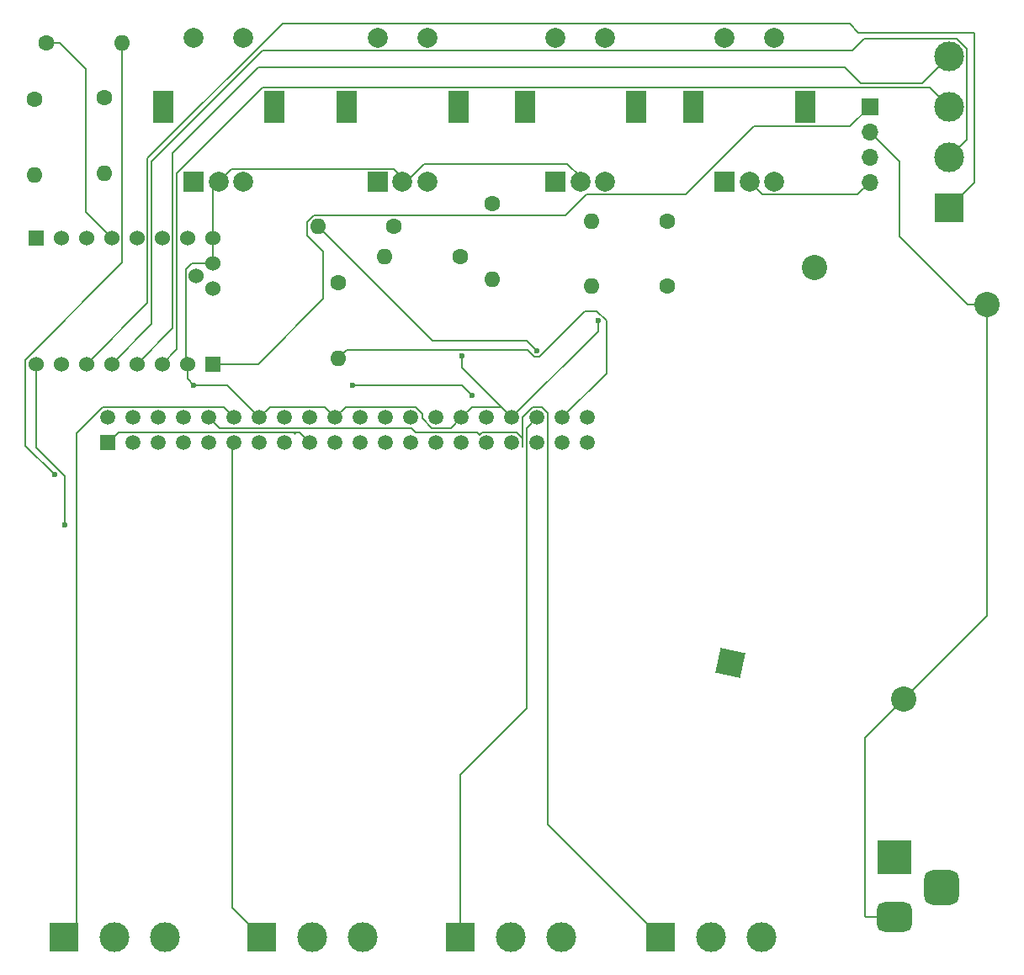
<source format=gbr>
%TF.GenerationSoftware,KiCad,Pcbnew,8.0.5*%
%TF.CreationDate,2025-06-03T16:45:13-04:00*%
%TF.ProjectId,arm,61726d2e-6b69-4636-9164-5f7063625858,rev?*%
%TF.SameCoordinates,Original*%
%TF.FileFunction,Copper,L2,Bot*%
%TF.FilePolarity,Positive*%
%FSLAX46Y46*%
G04 Gerber Fmt 4.6, Leading zero omitted, Abs format (unit mm)*
G04 Created by KiCad (PCBNEW 8.0.5) date 2025-06-03 16:45:13*
%MOMM*%
%LPD*%
G01*
G04 APERTURE LIST*
G04 Aperture macros list*
%AMRoundRect*
0 Rectangle with rounded corners*
0 $1 Rounding radius*
0 $2 $3 $4 $5 $6 $7 $8 $9 X,Y pos of 4 corners*
0 Add a 4 corners polygon primitive as box body*
4,1,4,$2,$3,$4,$5,$6,$7,$8,$9,$2,$3,0*
0 Add four circle primitives for the rounded corners*
1,1,$1+$1,$2,$3*
1,1,$1+$1,$4,$5*
1,1,$1+$1,$6,$7*
1,1,$1+$1,$8,$9*
0 Add four rect primitives between the rounded corners*
20,1,$1+$1,$2,$3,$4,$5,0*
20,1,$1+$1,$4,$5,$6,$7,0*
20,1,$1+$1,$6,$7,$8,$9,0*
20,1,$1+$1,$8,$9,$2,$3,0*%
%AMRotRect*
0 Rectangle, with rotation*
0 The origin of the aperture is its center*
0 $1 length*
0 $2 width*
0 $3 Rotation angle, in degrees counterclockwise*
0 Add horizontal line*
21,1,$1,$2,0,0,$3*%
G04 Aperture macros list end*
%TA.AperFunction,ComponentPad*%
%ADD10R,3.000000X3.000000*%
%TD*%
%TA.AperFunction,ComponentPad*%
%ADD11C,3.000000*%
%TD*%
%TA.AperFunction,ComponentPad*%
%ADD12R,3.500000X3.500000*%
%TD*%
%TA.AperFunction,ComponentPad*%
%ADD13RoundRect,0.750000X1.000000X-0.750000X1.000000X0.750000X-1.000000X0.750000X-1.000000X-0.750000X0*%
%TD*%
%TA.AperFunction,ComponentPad*%
%ADD14RoundRect,0.875000X0.875000X-0.875000X0.875000X0.875000X-0.875000X0.875000X-0.875000X-0.875000X0*%
%TD*%
%TA.AperFunction,ComponentPad*%
%ADD15C,1.600000*%
%TD*%
%TA.AperFunction,ComponentPad*%
%ADD16O,1.600000X1.600000*%
%TD*%
%TA.AperFunction,ComponentPad*%
%ADD17RotRect,2.540000X2.540000X78.000000*%
%TD*%
%TA.AperFunction,ComponentPad*%
%ADD18C,2.540000*%
%TD*%
%TA.AperFunction,ComponentPad*%
%ADD19R,1.508000X1.508000*%
%TD*%
%TA.AperFunction,ComponentPad*%
%ADD20C,1.508000*%
%TD*%
%TA.AperFunction,ComponentPad*%
%ADD21R,2.000000X2.000000*%
%TD*%
%TA.AperFunction,ComponentPad*%
%ADD22C,2.000000*%
%TD*%
%TA.AperFunction,ComponentPad*%
%ADD23R,2.000000X3.200000*%
%TD*%
%TA.AperFunction,ComponentPad*%
%ADD24R,1.700000X1.700000*%
%TD*%
%TA.AperFunction,ComponentPad*%
%ADD25O,1.700000X1.700000*%
%TD*%
%TA.AperFunction,ComponentPad*%
%ADD26R,1.524000X1.524000*%
%TD*%
%TA.AperFunction,ComponentPad*%
%ADD27C,1.524000*%
%TD*%
%TA.AperFunction,ViaPad*%
%ADD28C,0.600000*%
%TD*%
%TA.AperFunction,Conductor*%
%ADD29C,0.200000*%
%TD*%
G04 APERTURE END LIST*
D10*
%TO.P,J4,1,Pin_1*%
%TO.N,SERVO1_SIG*%
X214920000Y-122500000D03*
D11*
%TO.P,J4,2,Pin_2*%
%TO.N,GND*%
X220000000Y-122500000D03*
%TO.P,J4,3,Pin_3*%
%TO.N,+6V*%
X225080000Y-122500000D03*
%TD*%
D12*
%TO.P,J6,1*%
%TO.N,+24V*%
X238500000Y-114500000D03*
D13*
%TO.P,J6,2*%
%TO.N,GND*%
X238500000Y-120500000D03*
D14*
%TO.P,J6,3*%
%TO.N,N/C*%
X243200000Y-117500000D03*
%TD*%
D15*
%TO.P,R5,1*%
%TO.N,Net-(R5-Pad1)*%
X159000000Y-38000000D03*
D16*
%TO.P,R5,2*%
%TO.N,DT3*%
X159000000Y-45620000D03*
%TD*%
D15*
%TO.P,R7,1*%
%TO.N,Net-(R7-Pad1)*%
X188120000Y-51000000D03*
D16*
%TO.P,R7,2*%
%TO.N,DT4*%
X180500000Y-51000000D03*
%TD*%
D10*
%TO.P,J3,1,Pin_1*%
%TO.N,SERVO2_SIG*%
X194840000Y-122500000D03*
D11*
%TO.P,J3,2,Pin_2*%
%TO.N,GND*%
X199920000Y-122500000D03*
%TO.P,J3,3,Pin_3*%
%TO.N,+6V*%
X205000000Y-122500000D03*
%TD*%
D17*
%TO.P,U1,1,Vin*%
%TO.N,+24V*%
X222000000Y-94912537D03*
D18*
%TO.P,U1,2,GND*%
%TO.N,GND*%
X239391466Y-98609205D03*
%TO.P,U1,3,GND*%
X247840996Y-58857287D03*
%TO.P,U1,4,Vout*%
%TO.N,+3V3*%
X230449531Y-55160619D03*
%TD*%
D15*
%TO.P,R6,1*%
%TO.N,Net-(R6-Pad1)*%
X152000000Y-38190000D03*
D16*
%TO.P,R6,2*%
%TO.N,CLK3*%
X152000000Y-45810000D03*
%TD*%
D15*
%TO.P,R4,1*%
%TO.N,Net-(R4-Pad1)*%
X194810000Y-54000000D03*
D16*
%TO.P,R4,2*%
%TO.N,CLK2*%
X187190000Y-54000000D03*
%TD*%
D19*
%TO.P,U2,1,3V3_1*%
%TO.N,+3V3*%
X159370000Y-72770000D03*
D20*
%TO.P,U2,2,5V_2*%
%TO.N,unconnected-(U2-5V_2-Pad2)*%
X159370000Y-70230000D03*
%TO.P,U2,3,GPIO2/SDA1*%
%TO.N,DIR*%
X161910000Y-72770000D03*
%TO.P,U2,4,5V_4*%
%TO.N,unconnected-(U2-5V_4-Pad4)*%
X161910000Y-70230001D03*
%TO.P,U2,5,GPIO3/SCL*%
%TO.N,STEP*%
X164450001Y-72770000D03*
%TO.P,U2,6,GND_6*%
%TO.N,GND*%
X164450000Y-70230000D03*
%TO.P,U2,7,GPIO4/GPIO_GCLK*%
%TO.N,UART1*%
X166990000Y-72770000D03*
%TO.P,U2,8,GPIO14/TXD0*%
%TO.N,unconnected-(U2-GPIO14{slash}TXD0-Pad8)*%
X166990000Y-70230001D03*
%TO.P,U2,9,GND_9*%
%TO.N,GND*%
X169530000Y-72770000D03*
%TO.P,U2,10,GPIO15/RXD0*%
%TO.N,SERVO1_SIG*%
X169530000Y-70230000D03*
%TO.P,U2,11,GPIO17/GPIO_GEN0*%
%TO.N,SERVO3_SIG*%
X172070000Y-72770000D03*
%TO.P,U2,12,GPIO18/GPIO_GEN1*%
%TO.N,SERVO4_SIG*%
X172070000Y-70230001D03*
%TO.P,U2,13,GPIO27/GPIO_GEN2*%
%TO.N,unconnected-(U2-GPIO27{slash}GPIO_GEN2-Pad13)*%
X174610000Y-72770001D03*
%TO.P,U2,14,GND_14*%
%TO.N,GND*%
X174610000Y-70230000D03*
%TO.P,U2,15,GPIO22/GPIO_GEN3*%
%TO.N,CLK1*%
X177150000Y-72770000D03*
%TO.P,U2,16,GPIO23/GPIO_GEN4*%
%TO.N,DT2*%
X177150000Y-70230001D03*
%TO.P,U2,17,3V3_17*%
%TO.N,+3V3*%
X179690000Y-72770000D03*
%TO.P,U2,18,GPIO24/GPIO_GEN5*%
%TO.N,CLK2*%
X179690000Y-70230000D03*
%TO.P,U2,19,GPIO10/SPI_MOSI*%
%TO.N,unconnected-(U2-GPIO10{slash}SPI_MOSI-Pad19)*%
X182230000Y-72770000D03*
%TO.P,U2,20,GND_20*%
%TO.N,GND*%
X182230000Y-70230000D03*
%TO.P,U2,21,GPIO9/SPI_MISO*%
%TO.N,unconnected-(U2-GPIO9{slash}SPI_MISO-Pad21)*%
X184770000Y-72770000D03*
%TO.P,U2,22,GPIO25/GPIO_GEN6*%
%TO.N,DT3*%
X184770000Y-70230000D03*
%TO.P,U2,23,GPIO11/SPI_SCLK*%
%TO.N,unconnected-(U2-GPIO11{slash}SPI_SCLK-Pad23)*%
X187310000Y-72770000D03*
%TO.P,U2,24,GPIO8/SPI_~{CE0}*%
%TO.N,unconnected-(U2-GPIO8{slash}SPI_~{CE0}-Pad24)*%
X187310000Y-70230000D03*
%TO.P,U2,25,GND_25*%
%TO.N,GND*%
X189850000Y-72770000D03*
%TO.P,U2,26,GPIO7/SPI_~{CE1}*%
%TO.N,unconnected-(U2-GPIO7{slash}SPI_~{CE1}-Pad26)*%
X189850000Y-70230001D03*
%TO.P,U2,27,ID_SD*%
%TO.N,unconnected-(U2-ID_SD-Pad27)*%
X192390000Y-72769999D03*
%TO.P,U2,28,ID_SC*%
%TO.N,unconnected-(U2-ID_SC-Pad28)*%
X192390000Y-70230000D03*
%TO.P,U2,29,GPIO5*%
%TO.N,DIAG*%
X194930000Y-72770000D03*
%TO.P,U2,30,GND_30*%
%TO.N,GND*%
X194929999Y-70230000D03*
%TO.P,U2,31,GPIO6*%
%TO.N,unconnected-(U2-GPIO6-Pad31)*%
X197470000Y-72770000D03*
%TO.P,U2,32,GPIO12*%
%TO.N,unconnected-(U2-GPIO12-Pad32)*%
X197470000Y-70230000D03*
%TO.P,U2,33,GPIO13*%
%TO.N,unconnected-(U2-GPIO13-Pad33)*%
X200010000Y-72770000D03*
%TO.P,U2,34,GND_34*%
%TO.N,GND*%
X200009999Y-70230000D03*
%TO.P,U2,35,GPIO19*%
%TO.N,DT4*%
X202550000Y-72770000D03*
%TO.P,U2,36,GPIO16*%
%TO.N,SERVO2_SIG*%
X202550000Y-70230000D03*
%TO.P,U2,37,GPIO26*%
%TO.N,CLK3*%
X205090000Y-72770001D03*
%TO.P,U2,38,GPIO20*%
%TO.N,CLK4*%
X205089999Y-70230000D03*
%TO.P,U2,39,GND_39*%
%TO.N,GND*%
X207630000Y-72770000D03*
%TO.P,U2,40,GPIO21*%
%TO.N,DT1*%
X207630000Y-70230000D03*
%TD*%
D21*
%TO.P,SW4,A,A*%
%TO.N,Net-(R8-Pad1)*%
X186500000Y-46500000D03*
D22*
%TO.P,SW4,B,B*%
%TO.N,Net-(R7-Pad1)*%
X191500000Y-46500000D03*
%TO.P,SW4,C,C*%
%TO.N,GND*%
X189000000Y-46500000D03*
D23*
%TO.P,SW4,MP*%
%TO.N,N/C*%
X183400000Y-39000000D03*
X194600000Y-39000000D03*
D22*
%TO.P,SW4,S1*%
X191500000Y-32000000D03*
%TO.P,SW4,S2*%
X186500000Y-32000000D03*
%TD*%
D21*
%TO.P,SW1,A,A*%
%TO.N,Net-(R2-Pad1)*%
X221400000Y-46500000D03*
D22*
%TO.P,SW1,B,B*%
%TO.N,Net-(R1-Pad1)*%
X226400000Y-46500000D03*
%TO.P,SW1,C,C*%
%TO.N,GND*%
X223900000Y-46500000D03*
D23*
%TO.P,SW1,MP*%
%TO.N,N/C*%
X218300000Y-39000000D03*
X229500000Y-39000000D03*
D22*
%TO.P,SW1,S1*%
X226400000Y-32000000D03*
%TO.P,SW1,S2*%
X221400000Y-32000000D03*
%TD*%
D24*
%TO.P,J7,1,Pin_1*%
%TO.N,+24V*%
X236000000Y-38920000D03*
D25*
%TO.P,J7,2,Pin_2*%
%TO.N,GND*%
X236000000Y-41460000D03*
%TO.P,J7,3,Pin_3*%
%TO.N,+6V*%
X236000000Y-44000000D03*
%TO.P,J7,4,Pin_4*%
%TO.N,GND*%
X236000000Y-46540000D03*
%TD*%
D15*
%TO.P,R1,1*%
%TO.N,Net-(R1-Pad1)*%
X215620000Y-57000000D03*
D16*
%TO.P,R1,2*%
%TO.N,DT1*%
X208000000Y-57000000D03*
%TD*%
D10*
%TO.P,J5,1,Pin_1*%
%TO.N,B-*%
X244000000Y-49120000D03*
D11*
%TO.P,J5,2,Pin_2*%
%TO.N,B+*%
X244000000Y-44040000D03*
%TO.P,J5,3,Pin_3*%
%TO.N,A-*%
X244000000Y-38960000D03*
%TO.P,J5,4,Pin_4*%
%TO.N,A+*%
X244000000Y-33880000D03*
%TD*%
D21*
%TO.P,SW3,A,A*%
%TO.N,Net-(R6-Pad1)*%
X168000000Y-46500000D03*
D22*
%TO.P,SW3,B,B*%
%TO.N,Net-(R5-Pad1)*%
X173000000Y-46500000D03*
%TO.P,SW3,C,C*%
%TO.N,GND*%
X170500000Y-46500000D03*
D23*
%TO.P,SW3,MP*%
%TO.N,N/C*%
X164900000Y-39000000D03*
X176100000Y-39000000D03*
D22*
%TO.P,SW3,S1*%
X173000000Y-32000000D03*
%TO.P,SW3,S2*%
X168000000Y-32000000D03*
%TD*%
D15*
%TO.P,R9,1*%
%TO.N,Net-(U3-PDN{slash}UART1)*%
X153190000Y-32500000D03*
D16*
%TO.P,R9,2*%
%TO.N,UART1*%
X160810000Y-32500000D03*
%TD*%
D15*
%TO.P,R8,1*%
%TO.N,Net-(R8-Pad1)*%
X182500000Y-56690000D03*
D16*
%TO.P,R8,2*%
%TO.N,CLK4*%
X182500000Y-64310000D03*
%TD*%
D15*
%TO.P,R3,1*%
%TO.N,Net-(R3-Pad1)*%
X198000000Y-48690000D03*
D16*
%TO.P,R3,2*%
%TO.N,DT2*%
X198000000Y-56310000D03*
%TD*%
D26*
%TO.P,U3,JP1_1,DIR*%
%TO.N,DIR*%
X152110000Y-52150000D03*
D27*
%TO.P,U3,JP1_2,STEP*%
%TO.N,STEP*%
X154650000Y-52150000D03*
%TO.P,U3,JP1_3*%
%TO.N,N/C*%
X157190000Y-52150000D03*
%TO.P,U3,JP1_4,PDN/UART1*%
%TO.N,Net-(U3-PDN{slash}UART1)*%
X159730000Y-52150000D03*
%TO.P,U3,JP1_5,PDN/UART2*%
%TO.N,unconnected-(U3-PDN{slash}UART2-PadJP1_5)*%
X162270000Y-52150000D03*
%TO.P,U3,JP1_6,MS2*%
%TO.N,unconnected-(U3-MS2-PadJP1_6)*%
X164810000Y-52150000D03*
%TO.P,U3,JP1_7,MS1*%
%TO.N,unconnected-(U3-MS1-PadJP1_7)*%
X167350000Y-52150000D03*
%TO.P,U3,JP1_8,EN*%
%TO.N,GND*%
X169890000Y-52150000D03*
D26*
%TO.P,U3,JP2_1,VM*%
%TO.N,+24V*%
X169890000Y-64850000D03*
D27*
%TO.P,U3,JP2_2,GND*%
%TO.N,GND*%
X167350000Y-64850000D03*
%TO.P,U3,JP2_3,OA2*%
%TO.N,A-*%
X164810000Y-64850000D03*
%TO.P,U3,JP2_4,OA1*%
%TO.N,A+*%
X162270000Y-64850000D03*
%TO.P,U3,JP2_5,OB1*%
%TO.N,B+*%
X159730000Y-64850000D03*
%TO.P,U3,JP2_6,OB2*%
%TO.N,B-*%
X157190000Y-64850000D03*
%TO.P,U3,JP2_7,VIO*%
%TO.N,+3V3*%
X154650000Y-64850000D03*
%TO.P,U3,JP2_8,GND*%
%TO.N,GND*%
X152110000Y-64850000D03*
%TO.P,U3,JP3_1,DIAG*%
%TO.N,DIAG*%
X169890000Y-57230000D03*
%TO.P,U3,JP3_2,INDEX*%
%TO.N,GND*%
X169890000Y-54690000D03*
%TO.P,U3,VREF,VREF*%
%TO.N,unconnected-(U3-PadVREF)*%
X168239000Y-55960000D03*
%TD*%
D21*
%TO.P,SW2,A,A*%
%TO.N,Net-(R4-Pad1)*%
X204400000Y-46500000D03*
D22*
%TO.P,SW2,B,B*%
%TO.N,Net-(R3-Pad1)*%
X209400000Y-46500000D03*
%TO.P,SW2,C,C*%
%TO.N,GND*%
X206900000Y-46500000D03*
D23*
%TO.P,SW2,MP*%
%TO.N,N/C*%
X201300000Y-39000000D03*
X212500000Y-39000000D03*
D22*
%TO.P,SW2,S1*%
X209400000Y-32000000D03*
%TO.P,SW2,S2*%
X204400000Y-32000000D03*
%TD*%
D10*
%TO.P,J2,1,Pin_1*%
%TO.N,SERVO3_SIG*%
X174840000Y-122500000D03*
D11*
%TO.P,J2,2,Pin_2*%
%TO.N,GND*%
X179920000Y-122500000D03*
%TO.P,J2,3,Pin_3*%
%TO.N,+6V*%
X185000000Y-122500000D03*
%TD*%
D10*
%TO.P,J1,1,Pin_1*%
%TO.N,SERVO4_SIG*%
X154920000Y-122500000D03*
D11*
%TO.P,J1,2,Pin_2*%
%TO.N,GND*%
X160000000Y-122500000D03*
%TO.P,J1,3,Pin_3*%
%TO.N,+6V*%
X165080000Y-122500000D03*
%TD*%
D15*
%TO.P,R2,1*%
%TO.N,Net-(R2-Pad1)*%
X215620000Y-50500000D03*
D16*
%TO.P,R2,2*%
%TO.N,CLK1*%
X208000000Y-50500000D03*
%TD*%
D28*
%TO.N,GND*%
X208684000Y-60500000D03*
X168000000Y-67000000D03*
X195000000Y-64000000D03*
X155000000Y-81000000D03*
%TO.N,DT4*%
X202500000Y-63500000D03*
%TO.N,UART1*%
X154000000Y-76000000D03*
%TO.N,DIAG*%
X184000000Y-67000000D03*
X196000000Y-68000000D03*
%TD*%
D29*
%TO.N,GND*%
X167350000Y-64850000D02*
X167177000Y-64677000D01*
X182230000Y-70230000D02*
X183284000Y-69176000D01*
X191000000Y-70330582D02*
X191953418Y-71284000D01*
X194929999Y-70230000D02*
X195983999Y-69176000D01*
X239391466Y-98609205D02*
X235500000Y-102500671D01*
X208684000Y-60500000D02*
X208684000Y-61555999D01*
X152110000Y-64850000D02*
X152110000Y-73261471D01*
X152110000Y-73261471D02*
X155000000Y-76151471D01*
X195000000Y-65220001D02*
X200009999Y-70230000D01*
X205600000Y-44700000D02*
X206900000Y-46000000D01*
X191000000Y-69889419D02*
X191000000Y-70330582D01*
X235500000Y-120420000D02*
X235580000Y-120500000D01*
X239391466Y-98609205D02*
X247840996Y-90159675D01*
X208684000Y-61555999D02*
X200009999Y-70230000D01*
X225200000Y-47800000D02*
X223900000Y-46500000D01*
X155000000Y-76151471D02*
X155000000Y-81000000D01*
X189400000Y-46500000D02*
X191200000Y-44700000D01*
X171800000Y-45200000D02*
X188100000Y-45200000D01*
X167177000Y-55323000D02*
X167810000Y-54690000D01*
X175664000Y-69176000D02*
X181176000Y-69176000D01*
X247840996Y-90159675D02*
X247840996Y-58857287D01*
X169890000Y-47110000D02*
X170500000Y-46500000D01*
X235500000Y-102500671D02*
X235500000Y-120420000D01*
X167177000Y-64677000D02*
X167177000Y-55323000D01*
X169890000Y-52150000D02*
X169890000Y-47110000D01*
X170500000Y-46500000D02*
X171800000Y-45200000D01*
X171380000Y-67000000D02*
X174610000Y-70230000D01*
X247840996Y-58857287D02*
X245857287Y-58857287D01*
X167350000Y-66350000D02*
X168000000Y-67000000D01*
X191200000Y-44700000D02*
X205600000Y-44700000D01*
X239000000Y-44460000D02*
X236000000Y-41460000D01*
X195983999Y-69176000D02*
X198955999Y-69176000D01*
X191953418Y-71284000D02*
X193875999Y-71284000D01*
X167810000Y-54690000D02*
X169890000Y-54690000D01*
X183284000Y-69176000D02*
X190286581Y-69176000D01*
X195000000Y-64000000D02*
X195000000Y-65220001D01*
X238500000Y-120500000D02*
X235580000Y-120500000D01*
X190286581Y-69176000D02*
X191000000Y-69889419D01*
X234740000Y-47800000D02*
X225200000Y-47800000D01*
X169890000Y-54690000D02*
X169890000Y-52150000D01*
X193875999Y-71284000D02*
X194929999Y-70230000D01*
X239000000Y-52000000D02*
X239000000Y-44460000D01*
X181176000Y-69176000D02*
X182230000Y-70230000D01*
X174610000Y-70230000D02*
X175664000Y-69176000D01*
X168000000Y-67000000D02*
X171380000Y-67000000D01*
X245857287Y-58857287D02*
X239000000Y-52000000D01*
X198955999Y-69176000D02*
X200009999Y-70230000D01*
X167350000Y-64850000D02*
X167350000Y-66350000D01*
X236000000Y-46540000D02*
X234740000Y-47800000D01*
X188100000Y-45200000D02*
X189400000Y-46500000D01*
%TO.N,+24V*%
X205400000Y-49900000D02*
X207500000Y-47800000D01*
X217500000Y-47800000D02*
X224383173Y-40916827D01*
X207500000Y-47800000D02*
X217500000Y-47800000D01*
X234003173Y-40916827D02*
X236000000Y-38920000D01*
X179400000Y-51900000D02*
X179400000Y-50544365D01*
X224383173Y-40916827D02*
X234003173Y-40916827D01*
X181021896Y-53521896D02*
X179400000Y-51900000D01*
X179400000Y-50544365D02*
X180044365Y-49900000D01*
X180044365Y-49900000D02*
X205400000Y-49900000D01*
X181021896Y-58285637D02*
X181021896Y-53521896D01*
X169890000Y-64850000D02*
X174457533Y-64850000D01*
X174457533Y-64850000D02*
X181021896Y-58285637D01*
%TO.N,+3V3*%
X159370000Y-72770000D02*
X160424000Y-71716000D01*
X178000000Y-71716000D02*
X178636000Y-71716000D01*
X160424000Y-71716000D02*
X178000000Y-71716000D01*
X178636000Y-71716000D02*
X179690000Y-72770000D01*
X178204000Y-71920000D02*
X178000000Y-71716000D01*
%TO.N,SERVO4_SIG*%
X156225000Y-71775000D02*
X156225000Y-121195000D01*
X158824000Y-69176000D02*
X156225000Y-71775000D01*
X172070000Y-70230001D02*
X171015999Y-69176000D01*
X156225000Y-121195000D02*
X154920000Y-122500000D01*
X171015999Y-69176000D02*
X158824000Y-69176000D01*
%TO.N,SERVO3_SIG*%
X171876036Y-72963964D02*
X172070000Y-72770000D01*
X174840000Y-122500000D02*
X171876036Y-119536036D01*
X171876036Y-119536036D02*
X171876036Y-72963964D01*
%TO.N,SERVO2_SIG*%
X201496000Y-71284000D02*
X201496000Y-99500000D01*
X194840000Y-106156000D02*
X194840000Y-122500000D01*
X202550000Y-70230000D02*
X201496000Y-71284000D01*
X201496000Y-99500000D02*
X194840000Y-106156000D01*
%TO.N,SERVO1_SIG*%
X202113418Y-69176000D02*
X202986582Y-69176000D01*
X170584001Y-71284001D02*
X189854583Y-71284001D01*
X169530000Y-70230000D02*
X170584001Y-71284001D01*
X202986582Y-69176000D02*
X203604000Y-69793418D01*
X201096000Y-70193418D02*
X202113418Y-69176000D01*
X196465417Y-71715999D02*
X196749418Y-72000000D01*
X196749418Y-72000000D02*
X197033418Y-71716000D01*
X200446582Y-71716000D02*
X201064000Y-72333418D01*
X189854583Y-71284001D02*
X190286581Y-71715999D01*
X201096000Y-73174582D02*
X201096000Y-70193418D01*
X201064000Y-73142582D02*
X201096000Y-73174582D01*
X203604000Y-69793418D02*
X203604000Y-111184000D01*
X197033418Y-71716000D02*
X200446582Y-71716000D01*
X201064000Y-72333418D02*
X201064000Y-73142582D01*
X203604000Y-111184000D02*
X214920000Y-122500000D01*
X190286581Y-71715999D02*
X196465417Y-71715999D01*
%TO.N,B-*%
X163332000Y-58708000D02*
X157190000Y-64850000D01*
X246500000Y-46620000D02*
X246500000Y-31500000D01*
X163332000Y-44168000D02*
X163332000Y-58708000D01*
X246500000Y-31500000D02*
X234880000Y-31500000D01*
X233980000Y-30600000D02*
X176900000Y-30600000D01*
X244000000Y-49120000D02*
X246500000Y-46620000D01*
X176900000Y-30600000D02*
X163332000Y-44168000D01*
X234880000Y-31500000D02*
X233980000Y-30600000D01*
%TO.N,B+*%
X244745585Y-32080000D02*
X245800000Y-33134415D01*
X234219061Y-33300000D02*
X235439061Y-32080000D01*
X245800000Y-33134415D02*
X245800000Y-42240000D01*
X174932000Y-33300000D02*
X234219061Y-33300000D01*
X163732000Y-44500000D02*
X174932000Y-33300000D01*
X245800000Y-42240000D02*
X244000000Y-44040000D01*
X159730000Y-64850000D02*
X163732000Y-60848000D01*
X235439061Y-32080000D02*
X244745585Y-32080000D01*
X163732000Y-60848000D02*
X163732000Y-44500000D01*
%TO.N,A+*%
X233519061Y-35000000D02*
X235128705Y-36609644D01*
X162270000Y-64850000D02*
X165872000Y-61248000D01*
X241270356Y-36609644D02*
X244000000Y-33880000D01*
X235128705Y-36609644D02*
X241270356Y-36609644D01*
X174500000Y-35000000D02*
X233519061Y-35000000D01*
X165872000Y-43628000D02*
X174500000Y-35000000D01*
X165872000Y-61248000D02*
X165872000Y-43628000D01*
%TO.N,A-*%
X166272000Y-45628000D02*
X166272000Y-63388000D01*
X242049644Y-37009644D02*
X174890356Y-37009644D01*
X166272000Y-63388000D02*
X164810000Y-64850000D01*
X244000000Y-38960000D02*
X242049644Y-37009644D01*
X174890356Y-37009644D02*
X166272000Y-45628000D01*
%TO.N,DT4*%
X201500000Y-62500000D02*
X202500000Y-63500000D01*
X180500000Y-51000000D02*
X192000000Y-62500000D01*
X192000000Y-62500000D02*
X201500000Y-62500000D01*
%TO.N,CLK4*%
X207348529Y-59500000D02*
X208532529Y-59500000D01*
X183410000Y-63400000D02*
X201551471Y-63400000D01*
X202748529Y-64100000D02*
X207348529Y-59500000D01*
X209500000Y-60467471D02*
X209500000Y-65819999D01*
X182500000Y-64310000D02*
X183410000Y-63400000D01*
X201551471Y-63400000D02*
X202251471Y-64100000D01*
X208532529Y-59500000D02*
X209500000Y-60467471D01*
X209500000Y-65819999D02*
X205089999Y-70230000D01*
X202251471Y-64100000D02*
X202748529Y-64100000D01*
%TO.N,UART1*%
X151048000Y-73048000D02*
X154000000Y-76000000D01*
X151048000Y-64410105D02*
X151048000Y-73048000D01*
X160810000Y-32500000D02*
X160810000Y-54648105D01*
X160810000Y-54648105D02*
X151048000Y-64410105D01*
%TO.N,Net-(U3-PDN{slash}UART1)*%
X157109644Y-35128705D02*
X154480939Y-32500000D01*
X159730000Y-52150000D02*
X157109644Y-49529644D01*
X157109644Y-49529644D02*
X157109644Y-35128705D01*
X154480939Y-32500000D02*
X153190000Y-32500000D01*
%TO.N,DIAG*%
X195000000Y-67000000D02*
X196000000Y-68000000D01*
X184000000Y-67000000D02*
X195000000Y-67000000D01*
%TD*%
M02*

</source>
